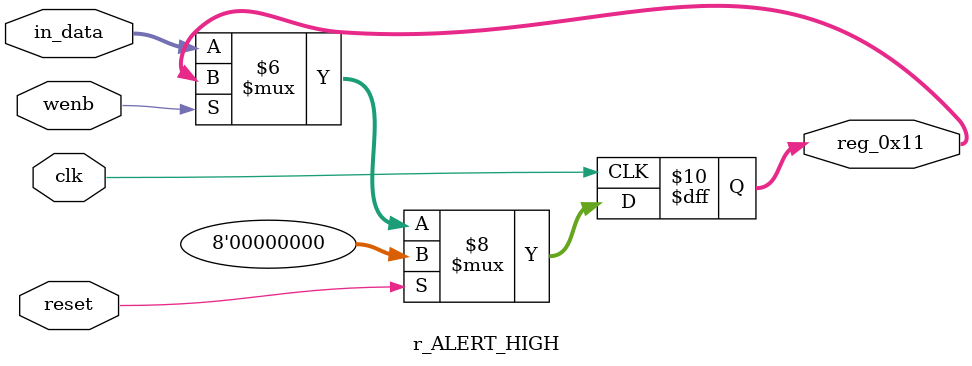
<source format=v>
module r_ALERT_HIGH(output reg [7:0] reg_0x11, input wire reset, input wire wenb, input wire [7:0] in_data, input wire clk);
	always@(posedge clk)
	begin
		if(reset==0) begin
			if(wenb==0)
				reg_0x11<=in_data;
			else
				reg_0x11<=reg_0x11;
		end
		else
			reg_0x11<=8'h00;
	end
endmodule
</source>
